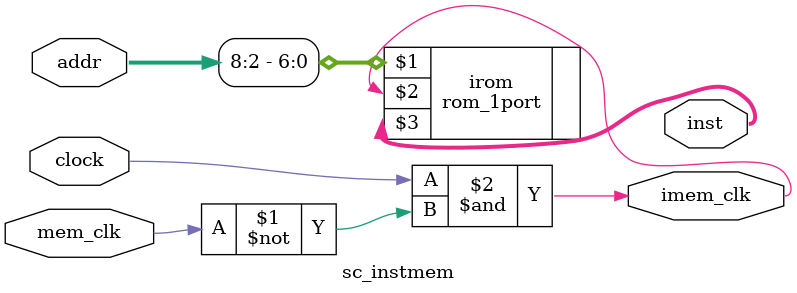
<source format=v>
module sc_instmem (addr,inst,clock,mem_clk,imem_clk);
   input  [31:0] addr;
   input         clock;
   input         mem_clk;
   output [31:0] inst;
   output        imem_clk;
   
   wire          imem_clk;

   assign  imem_clk = clock & ( ~ mem_clk );      
   
   rom_1port irom(addr[8:2],imem_clk,inst); 
   

endmodule 
</source>
